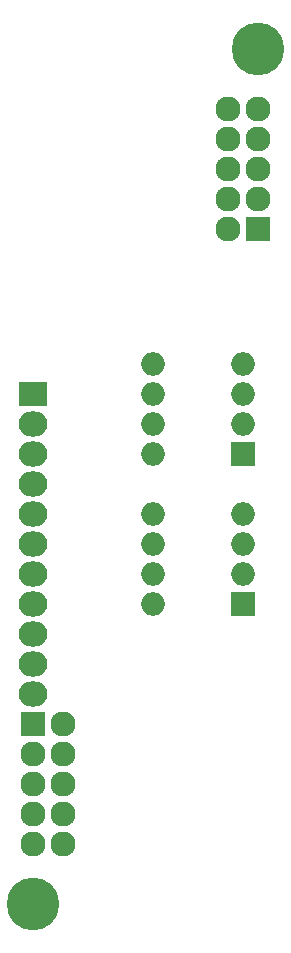
<source format=gbr>
G04 #@! TF.FileFunction,Soldermask,Top*
%FSLAX46Y46*%
G04 Gerber Fmt 4.6, Leading zero omitted, Abs format (unit mm)*
G04 Created by KiCad (PCBNEW 4.0.6+dfsg1-1) date Tue Oct 24 11:56:29 2017*
%MOMM*%
%LPD*%
G01*
G04 APERTURE LIST*
%ADD10C,0.050000*%
%ADD11R,2.127200X2.127200*%
%ADD12O,2.127200X2.127200*%
%ADD13R,2.432000X2.127200*%
%ADD14O,2.432000X2.127200*%
%ADD15C,4.464000*%
%ADD16R,2.000000X2.000000*%
%ADD17O,2.000000X2.000000*%
G04 APERTURE END LIST*
D10*
D11*
X137160000Y-142240000D03*
D12*
X139700000Y-142240000D03*
X137160000Y-144780000D03*
X139700000Y-144780000D03*
X137160000Y-147320000D03*
X139700000Y-147320000D03*
X137160000Y-149860000D03*
X139700000Y-149860000D03*
X137160000Y-152400000D03*
X139700000Y-152400000D03*
D11*
X156210000Y-100330000D03*
D12*
X153670000Y-100330000D03*
X156210000Y-97790000D03*
X153670000Y-97790000D03*
X156210000Y-95250000D03*
X153670000Y-95250000D03*
X156210000Y-92710000D03*
X153670000Y-92710000D03*
X156210000Y-90170000D03*
X153670000Y-90170000D03*
D13*
X137160000Y-114300000D03*
D14*
X137160000Y-116840000D03*
X137160000Y-119380000D03*
X137160000Y-121920000D03*
X137160000Y-124460000D03*
X137160000Y-127000000D03*
X137160000Y-129540000D03*
X137160000Y-132080000D03*
X137160000Y-134620000D03*
X137160000Y-137160000D03*
X137160000Y-139700000D03*
D15*
X156210000Y-85090000D03*
X137160000Y-157480000D03*
D16*
X154940000Y-132080000D03*
D17*
X147320000Y-124460000D03*
X154940000Y-129540000D03*
X147320000Y-127000000D03*
X154940000Y-127000000D03*
X147320000Y-129540000D03*
X154940000Y-124460000D03*
X147320000Y-132080000D03*
D16*
X154940000Y-119380000D03*
D17*
X147320000Y-111760000D03*
X154940000Y-116840000D03*
X147320000Y-114300000D03*
X154940000Y-114300000D03*
X147320000Y-116840000D03*
X154940000Y-111760000D03*
X147320000Y-119380000D03*
M02*

</source>
